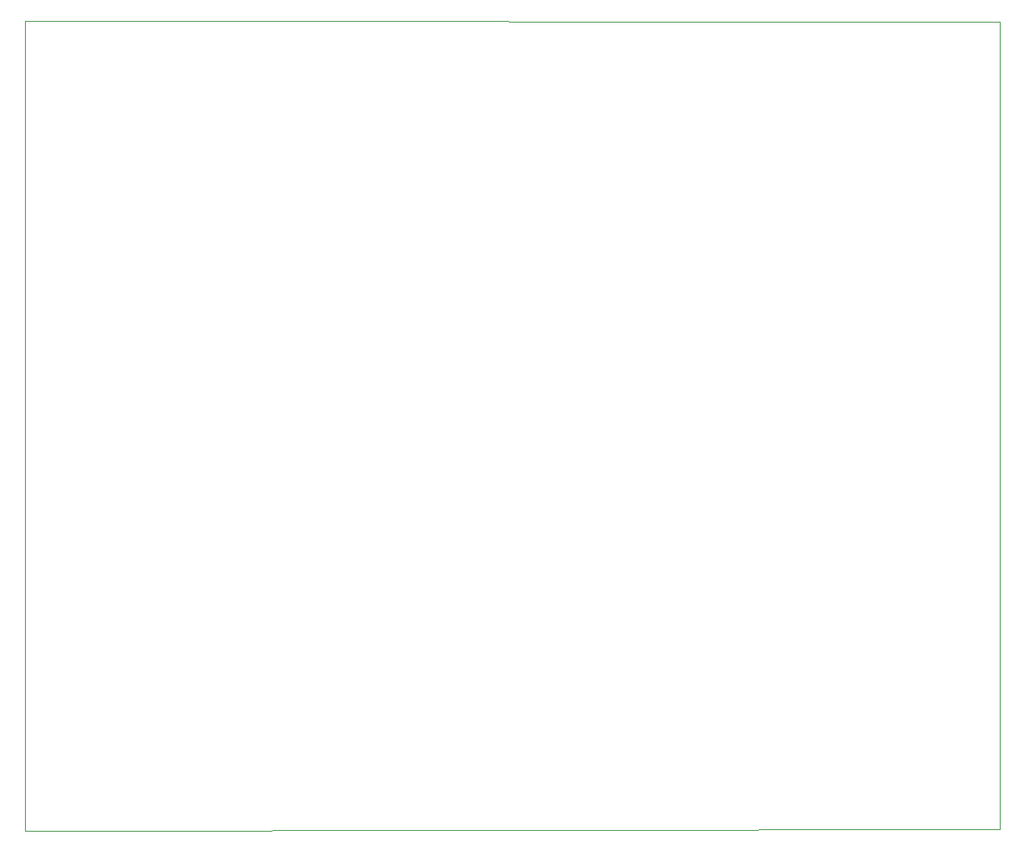
<source format=gbr>
%TF.GenerationSoftware,KiCad,Pcbnew,5.1.6-c6e7f7d~87~ubuntu18.04.1*%
%TF.CreationDate,2020-08-09T11:38:30+02:00*%
%TF.ProjectId,sboxnet-gbm,73626f78-6e65-4742-9d67-626d2e6b6963,rev?*%
%TF.SameCoordinates,Original*%
%TF.FileFunction,Profile,NP*%
%FSLAX46Y46*%
G04 Gerber Fmt 4.6, Leading zero omitted, Abs format (unit mm)*
G04 Created by KiCad (PCBNEW 5.1.6-c6e7f7d~87~ubuntu18.04.1) date 2020-08-09 11:38:30*
%MOMM*%
%LPD*%
G01*
G04 APERTURE LIST*
%TA.AperFunction,Profile*%
%ADD10C,0.050000*%
%TD*%
G04 APERTURE END LIST*
D10*
X50241200Y-116636800D02*
X50444400Y-116636800D01*
X50241200Y-31546800D02*
X50241200Y-116636800D01*
X152603200Y-116535200D02*
X50444400Y-116636800D01*
X152603200Y-97536000D02*
X152603200Y-116535200D01*
X152603200Y-31648400D02*
X152603200Y-97536000D01*
X50241200Y-31546800D02*
X152603200Y-31648400D01*
M02*

</source>
